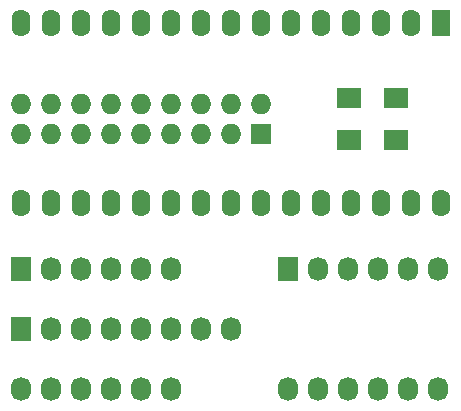
<source format=gbs>
G04 #@! TF.FileFunction,Soldermask,Bot*
%FSLAX46Y46*%
G04 Gerber Fmt 4.6, Leading zero omitted, Abs format (unit mm)*
G04 Created by KiCad (PCBNEW 4.0.2-stable) date 21.04.2016 21:16:34*
%MOMM*%
G01*
G04 APERTURE LIST*
%ADD10C,0.100000*%
%ADD11R,1.574800X2.286000*%
%ADD12O,1.574800X2.286000*%
%ADD13O,1.727200X2.032000*%
%ADD14R,1.727200X2.032000*%
%ADD15R,1.727200X1.727200*%
%ADD16O,1.727200X1.727200*%
%ADD17R,2.000000X1.700000*%
G04 APERTURE END LIST*
D10*
D11*
X159004000Y-81534000D03*
D12*
X156464000Y-81534000D03*
X153924000Y-81534000D03*
X151384000Y-81534000D03*
X148844000Y-81534000D03*
X146304000Y-81534000D03*
X143764000Y-81534000D03*
X141224000Y-81534000D03*
X138684000Y-81534000D03*
X136144000Y-81534000D03*
X133604000Y-81534000D03*
X131064000Y-81534000D03*
X128524000Y-81534000D03*
X125984000Y-81534000D03*
X123444000Y-81534000D03*
X123444000Y-96774000D03*
X125984000Y-96774000D03*
X128524000Y-96774000D03*
X131064000Y-96774000D03*
X133604000Y-96774000D03*
X136144000Y-96774000D03*
X138684000Y-96774000D03*
X141224000Y-96774000D03*
X143764000Y-96774000D03*
X146304000Y-96774000D03*
X148844000Y-96774000D03*
X151384000Y-96774000D03*
X153924000Y-96774000D03*
X156464000Y-96774000D03*
X159004000Y-96774000D03*
D13*
X146050000Y-112522000D03*
X158750000Y-102362000D03*
X156210000Y-102362000D03*
X153670000Y-102362000D03*
X151130000Y-102362000D03*
X148590000Y-102362000D03*
D14*
X146050000Y-102362000D03*
D13*
X148590000Y-112522000D03*
X151130000Y-112522000D03*
X153670000Y-112522000D03*
X156210000Y-112522000D03*
X158750000Y-112522000D03*
X123444000Y-112522000D03*
X136144000Y-102362000D03*
X133604000Y-102362000D03*
X131064000Y-102362000D03*
X128524000Y-102362000D03*
X125984000Y-102362000D03*
D14*
X123444000Y-102362000D03*
D13*
X125984000Y-112522000D03*
X128524000Y-112522000D03*
X131064000Y-112522000D03*
X133604000Y-112522000D03*
X136144000Y-112522000D03*
D15*
X143764000Y-90932000D03*
D16*
X143764000Y-88392000D03*
X141224000Y-90932000D03*
X141224000Y-88392000D03*
X138684000Y-90932000D03*
X138684000Y-88392000D03*
X136144000Y-90932000D03*
X136144000Y-88392000D03*
X133604000Y-90932000D03*
X133604000Y-88392000D03*
X131064000Y-90932000D03*
X131064000Y-88392000D03*
X128524000Y-90932000D03*
X128524000Y-88392000D03*
X125984000Y-90932000D03*
X125984000Y-88392000D03*
X123444000Y-90932000D03*
X123444000Y-88392000D03*
D17*
X155162000Y-91440000D03*
X151162000Y-91440000D03*
X155162000Y-87884000D03*
X151162000Y-87884000D03*
D14*
X123444000Y-107442000D03*
D13*
X125984000Y-107442000D03*
X128524000Y-107442000D03*
X131064000Y-107442000D03*
X133604000Y-107442000D03*
X136144000Y-107442000D03*
X138684000Y-107442000D03*
X141224000Y-107442000D03*
M02*

</source>
